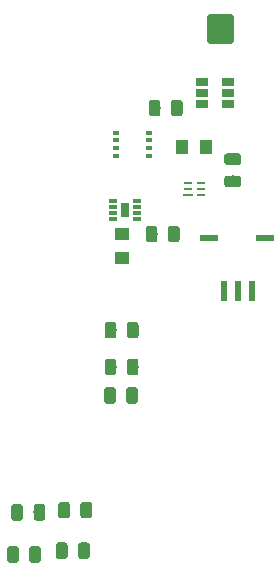
<source format=gbr>
G04 #@! TF.GenerationSoftware,KiCad,Pcbnew,(5.0.1)-rc2*
G04 #@! TF.CreationDate,2019-01-10T23:34:48-07:00*
G04 #@! TF.ProjectId,GPSLogger,4750534C6F676765722E6B696361645F,rev?*
G04 #@! TF.SameCoordinates,Original*
G04 #@! TF.FileFunction,Paste,Bot*
G04 #@! TF.FilePolarity,Positive*
%FSLAX46Y46*%
G04 Gerber Fmt 4.6, Leading zero omitted, Abs format (unit mm)*
G04 Created by KiCad (PCBNEW (5.0.1)-rc2) date 1/10/2019 11:34:48 PM*
%MOMM*%
%LPD*%
G01*
G04 APERTURE LIST*
%ADD10C,0.508000*%
%ADD11C,0.100000*%
%ADD12C,0.975000*%
%ADD13R,1.250000X1.000000*%
%ADD14R,1.000000X1.250000*%
%ADD15R,0.600000X1.800000*%
%ADD16R,1.524000X0.600000*%
%ADD17R,1.060000X0.650000*%
%ADD18R,0.600000X0.400000*%
%ADD19R,0.850000X0.280000*%
%ADD20R,0.750000X0.280000*%
%ADD21R,0.700000X0.300000*%
%ADD22R,0.800000X1.200000*%
G04 APERTURE END LIST*
D10*
G04 #@! TO.C,JP2*
X158115000Y-48158400D02*
X156337000Y-48158400D01*
X158115000Y-50190400D02*
X156337000Y-50190400D01*
X158115000Y-48158400D02*
X158115000Y-50190400D01*
X157861000Y-48158400D02*
X157861000Y-50190400D01*
X157353000Y-48158400D02*
X157353000Y-50190400D01*
X156845000Y-48158400D02*
X156845000Y-50190400D01*
X156337000Y-48158400D02*
X156337000Y-50190400D01*
G04 #@! TD*
D11*
G04 #@! TO.C,R4*
G36*
X144237142Y-89217174D02*
X144260803Y-89220684D01*
X144284007Y-89226496D01*
X144306529Y-89234554D01*
X144328153Y-89244782D01*
X144348670Y-89257079D01*
X144367883Y-89271329D01*
X144385607Y-89287393D01*
X144401671Y-89305117D01*
X144415921Y-89324330D01*
X144428218Y-89344847D01*
X144438446Y-89366471D01*
X144446504Y-89388993D01*
X144452316Y-89412197D01*
X144455826Y-89435858D01*
X144457000Y-89459750D01*
X144457000Y-90372250D01*
X144455826Y-90396142D01*
X144452316Y-90419803D01*
X144446504Y-90443007D01*
X144438446Y-90465529D01*
X144428218Y-90487153D01*
X144415921Y-90507670D01*
X144401671Y-90526883D01*
X144385607Y-90544607D01*
X144367883Y-90560671D01*
X144348670Y-90574921D01*
X144328153Y-90587218D01*
X144306529Y-90597446D01*
X144284007Y-90605504D01*
X144260803Y-90611316D01*
X144237142Y-90614826D01*
X144213250Y-90616000D01*
X143725750Y-90616000D01*
X143701858Y-90614826D01*
X143678197Y-90611316D01*
X143654993Y-90605504D01*
X143632471Y-90597446D01*
X143610847Y-90587218D01*
X143590330Y-90574921D01*
X143571117Y-90560671D01*
X143553393Y-90544607D01*
X143537329Y-90526883D01*
X143523079Y-90507670D01*
X143510782Y-90487153D01*
X143500554Y-90465529D01*
X143492496Y-90443007D01*
X143486684Y-90419803D01*
X143483174Y-90396142D01*
X143482000Y-90372250D01*
X143482000Y-89459750D01*
X143483174Y-89435858D01*
X143486684Y-89412197D01*
X143492496Y-89388993D01*
X143500554Y-89366471D01*
X143510782Y-89344847D01*
X143523079Y-89324330D01*
X143537329Y-89305117D01*
X143553393Y-89287393D01*
X143571117Y-89271329D01*
X143590330Y-89257079D01*
X143610847Y-89244782D01*
X143632471Y-89234554D01*
X143654993Y-89226496D01*
X143678197Y-89220684D01*
X143701858Y-89217174D01*
X143725750Y-89216000D01*
X144213250Y-89216000D01*
X144237142Y-89217174D01*
X144237142Y-89217174D01*
G37*
D12*
X143969500Y-89916000D03*
D11*
G36*
X146112142Y-89217174D02*
X146135803Y-89220684D01*
X146159007Y-89226496D01*
X146181529Y-89234554D01*
X146203153Y-89244782D01*
X146223670Y-89257079D01*
X146242883Y-89271329D01*
X146260607Y-89287393D01*
X146276671Y-89305117D01*
X146290921Y-89324330D01*
X146303218Y-89344847D01*
X146313446Y-89366471D01*
X146321504Y-89388993D01*
X146327316Y-89412197D01*
X146330826Y-89435858D01*
X146332000Y-89459750D01*
X146332000Y-90372250D01*
X146330826Y-90396142D01*
X146327316Y-90419803D01*
X146321504Y-90443007D01*
X146313446Y-90465529D01*
X146303218Y-90487153D01*
X146290921Y-90507670D01*
X146276671Y-90526883D01*
X146260607Y-90544607D01*
X146242883Y-90560671D01*
X146223670Y-90574921D01*
X146203153Y-90587218D01*
X146181529Y-90597446D01*
X146159007Y-90605504D01*
X146135803Y-90611316D01*
X146112142Y-90614826D01*
X146088250Y-90616000D01*
X145600750Y-90616000D01*
X145576858Y-90614826D01*
X145553197Y-90611316D01*
X145529993Y-90605504D01*
X145507471Y-90597446D01*
X145485847Y-90587218D01*
X145465330Y-90574921D01*
X145446117Y-90560671D01*
X145428393Y-90544607D01*
X145412329Y-90526883D01*
X145398079Y-90507670D01*
X145385782Y-90487153D01*
X145375554Y-90465529D01*
X145367496Y-90443007D01*
X145361684Y-90419803D01*
X145358174Y-90396142D01*
X145357000Y-90372250D01*
X145357000Y-89459750D01*
X145358174Y-89435858D01*
X145361684Y-89412197D01*
X145367496Y-89388993D01*
X145375554Y-89366471D01*
X145385782Y-89344847D01*
X145398079Y-89324330D01*
X145412329Y-89305117D01*
X145428393Y-89287393D01*
X145446117Y-89271329D01*
X145465330Y-89257079D01*
X145485847Y-89244782D01*
X145507471Y-89234554D01*
X145529993Y-89226496D01*
X145553197Y-89220684D01*
X145576858Y-89217174D01*
X145600750Y-89216000D01*
X146088250Y-89216000D01*
X146112142Y-89217174D01*
X146112142Y-89217174D01*
G37*
D12*
X145844500Y-89916000D03*
G04 #@! TD*
D13*
G04 #@! TO.C,C4*
X148844000Y-68548000D03*
X148844000Y-66548000D03*
G04 #@! TD*
D14*
G04 #@! TO.C,C6*
X155956000Y-59182000D03*
X153956000Y-59182000D03*
G04 #@! TD*
D15*
G04 #@! TO.C,J10*
X157480000Y-71378000D03*
D16*
X156230000Y-66878000D03*
X160980000Y-66878000D03*
D15*
X158680000Y-71378000D03*
X159880000Y-71378000D03*
G04 #@! TD*
D17*
G04 #@! TO.C,U6*
X157818000Y-53660000D03*
X157818000Y-54610000D03*
X157818000Y-55560000D03*
X155618000Y-55560000D03*
X155618000Y-53660000D03*
X155618000Y-54610000D03*
G04 #@! TD*
D18*
G04 #@! TO.C,U8*
X151196500Y-57953000D03*
X151196500Y-58603000D03*
X151196500Y-59253000D03*
X151196500Y-59903000D03*
X148396500Y-59903000D03*
X148396500Y-59253000D03*
X148396500Y-58603000D03*
X148396500Y-57953000D03*
G04 #@! TD*
D19*
G04 #@! TO.C,U9*
X154482000Y-63238000D03*
D20*
X154432000Y-62738000D03*
X154432000Y-62238000D03*
X155582000Y-62238000D03*
X155582000Y-62738000D03*
X155582000Y-63238000D03*
G04 #@! TD*
D11*
G04 #@! TO.C,R14*
G36*
X158722142Y-59711674D02*
X158745803Y-59715184D01*
X158769007Y-59720996D01*
X158791529Y-59729054D01*
X158813153Y-59739282D01*
X158833670Y-59751579D01*
X158852883Y-59765829D01*
X158870607Y-59781893D01*
X158886671Y-59799617D01*
X158900921Y-59818830D01*
X158913218Y-59839347D01*
X158923446Y-59860971D01*
X158931504Y-59883493D01*
X158937316Y-59906697D01*
X158940826Y-59930358D01*
X158942000Y-59954250D01*
X158942000Y-60441750D01*
X158940826Y-60465642D01*
X158937316Y-60489303D01*
X158931504Y-60512507D01*
X158923446Y-60535029D01*
X158913218Y-60556653D01*
X158900921Y-60577170D01*
X158886671Y-60596383D01*
X158870607Y-60614107D01*
X158852883Y-60630171D01*
X158833670Y-60644421D01*
X158813153Y-60656718D01*
X158791529Y-60666946D01*
X158769007Y-60675004D01*
X158745803Y-60680816D01*
X158722142Y-60684326D01*
X158698250Y-60685500D01*
X157785750Y-60685500D01*
X157761858Y-60684326D01*
X157738197Y-60680816D01*
X157714993Y-60675004D01*
X157692471Y-60666946D01*
X157670847Y-60656718D01*
X157650330Y-60644421D01*
X157631117Y-60630171D01*
X157613393Y-60614107D01*
X157597329Y-60596383D01*
X157583079Y-60577170D01*
X157570782Y-60556653D01*
X157560554Y-60535029D01*
X157552496Y-60512507D01*
X157546684Y-60489303D01*
X157543174Y-60465642D01*
X157542000Y-60441750D01*
X157542000Y-59954250D01*
X157543174Y-59930358D01*
X157546684Y-59906697D01*
X157552496Y-59883493D01*
X157560554Y-59860971D01*
X157570782Y-59839347D01*
X157583079Y-59818830D01*
X157597329Y-59799617D01*
X157613393Y-59781893D01*
X157631117Y-59765829D01*
X157650330Y-59751579D01*
X157670847Y-59739282D01*
X157692471Y-59729054D01*
X157714993Y-59720996D01*
X157738197Y-59715184D01*
X157761858Y-59711674D01*
X157785750Y-59710500D01*
X158698250Y-59710500D01*
X158722142Y-59711674D01*
X158722142Y-59711674D01*
G37*
D12*
X158242000Y-60198000D03*
D11*
G36*
X158722142Y-61586674D02*
X158745803Y-61590184D01*
X158769007Y-61595996D01*
X158791529Y-61604054D01*
X158813153Y-61614282D01*
X158833670Y-61626579D01*
X158852883Y-61640829D01*
X158870607Y-61656893D01*
X158886671Y-61674617D01*
X158900921Y-61693830D01*
X158913218Y-61714347D01*
X158923446Y-61735971D01*
X158931504Y-61758493D01*
X158937316Y-61781697D01*
X158940826Y-61805358D01*
X158942000Y-61829250D01*
X158942000Y-62316750D01*
X158940826Y-62340642D01*
X158937316Y-62364303D01*
X158931504Y-62387507D01*
X158923446Y-62410029D01*
X158913218Y-62431653D01*
X158900921Y-62452170D01*
X158886671Y-62471383D01*
X158870607Y-62489107D01*
X158852883Y-62505171D01*
X158833670Y-62519421D01*
X158813153Y-62531718D01*
X158791529Y-62541946D01*
X158769007Y-62550004D01*
X158745803Y-62555816D01*
X158722142Y-62559326D01*
X158698250Y-62560500D01*
X157785750Y-62560500D01*
X157761858Y-62559326D01*
X157738197Y-62555816D01*
X157714993Y-62550004D01*
X157692471Y-62541946D01*
X157670847Y-62531718D01*
X157650330Y-62519421D01*
X157631117Y-62505171D01*
X157613393Y-62489107D01*
X157597329Y-62471383D01*
X157583079Y-62452170D01*
X157570782Y-62431653D01*
X157560554Y-62410029D01*
X157552496Y-62387507D01*
X157546684Y-62364303D01*
X157543174Y-62340642D01*
X157542000Y-62316750D01*
X157542000Y-61829250D01*
X157543174Y-61805358D01*
X157546684Y-61781697D01*
X157552496Y-61758493D01*
X157560554Y-61735971D01*
X157570782Y-61714347D01*
X157583079Y-61693830D01*
X157597329Y-61674617D01*
X157613393Y-61656893D01*
X157631117Y-61640829D01*
X157650330Y-61626579D01*
X157670847Y-61614282D01*
X157692471Y-61604054D01*
X157714993Y-61595996D01*
X157738197Y-61590184D01*
X157761858Y-61586674D01*
X157785750Y-61585500D01*
X158698250Y-61585500D01*
X158722142Y-61586674D01*
X158722142Y-61586674D01*
G37*
D12*
X158242000Y-62073000D03*
G04 #@! TD*
D11*
G04 #@! TO.C,R2*
G36*
X144046642Y-92646174D02*
X144070303Y-92649684D01*
X144093507Y-92655496D01*
X144116029Y-92663554D01*
X144137653Y-92673782D01*
X144158170Y-92686079D01*
X144177383Y-92700329D01*
X144195107Y-92716393D01*
X144211171Y-92734117D01*
X144225421Y-92753330D01*
X144237718Y-92773847D01*
X144247946Y-92795471D01*
X144256004Y-92817993D01*
X144261816Y-92841197D01*
X144265326Y-92864858D01*
X144266500Y-92888750D01*
X144266500Y-93801250D01*
X144265326Y-93825142D01*
X144261816Y-93848803D01*
X144256004Y-93872007D01*
X144247946Y-93894529D01*
X144237718Y-93916153D01*
X144225421Y-93936670D01*
X144211171Y-93955883D01*
X144195107Y-93973607D01*
X144177383Y-93989671D01*
X144158170Y-94003921D01*
X144137653Y-94016218D01*
X144116029Y-94026446D01*
X144093507Y-94034504D01*
X144070303Y-94040316D01*
X144046642Y-94043826D01*
X144022750Y-94045000D01*
X143535250Y-94045000D01*
X143511358Y-94043826D01*
X143487697Y-94040316D01*
X143464493Y-94034504D01*
X143441971Y-94026446D01*
X143420347Y-94016218D01*
X143399830Y-94003921D01*
X143380617Y-93989671D01*
X143362893Y-93973607D01*
X143346829Y-93955883D01*
X143332579Y-93936670D01*
X143320282Y-93916153D01*
X143310054Y-93894529D01*
X143301996Y-93872007D01*
X143296184Y-93848803D01*
X143292674Y-93825142D01*
X143291500Y-93801250D01*
X143291500Y-92888750D01*
X143292674Y-92864858D01*
X143296184Y-92841197D01*
X143301996Y-92817993D01*
X143310054Y-92795471D01*
X143320282Y-92773847D01*
X143332579Y-92753330D01*
X143346829Y-92734117D01*
X143362893Y-92716393D01*
X143380617Y-92700329D01*
X143399830Y-92686079D01*
X143420347Y-92673782D01*
X143441971Y-92663554D01*
X143464493Y-92655496D01*
X143487697Y-92649684D01*
X143511358Y-92646174D01*
X143535250Y-92645000D01*
X144022750Y-92645000D01*
X144046642Y-92646174D01*
X144046642Y-92646174D01*
G37*
D12*
X143779000Y-93345000D03*
D11*
G36*
X145921642Y-92646174D02*
X145945303Y-92649684D01*
X145968507Y-92655496D01*
X145991029Y-92663554D01*
X146012653Y-92673782D01*
X146033170Y-92686079D01*
X146052383Y-92700329D01*
X146070107Y-92716393D01*
X146086171Y-92734117D01*
X146100421Y-92753330D01*
X146112718Y-92773847D01*
X146122946Y-92795471D01*
X146131004Y-92817993D01*
X146136816Y-92841197D01*
X146140326Y-92864858D01*
X146141500Y-92888750D01*
X146141500Y-93801250D01*
X146140326Y-93825142D01*
X146136816Y-93848803D01*
X146131004Y-93872007D01*
X146122946Y-93894529D01*
X146112718Y-93916153D01*
X146100421Y-93936670D01*
X146086171Y-93955883D01*
X146070107Y-93973607D01*
X146052383Y-93989671D01*
X146033170Y-94003921D01*
X146012653Y-94016218D01*
X145991029Y-94026446D01*
X145968507Y-94034504D01*
X145945303Y-94040316D01*
X145921642Y-94043826D01*
X145897750Y-94045000D01*
X145410250Y-94045000D01*
X145386358Y-94043826D01*
X145362697Y-94040316D01*
X145339493Y-94034504D01*
X145316971Y-94026446D01*
X145295347Y-94016218D01*
X145274830Y-94003921D01*
X145255617Y-93989671D01*
X145237893Y-93973607D01*
X145221829Y-93955883D01*
X145207579Y-93936670D01*
X145195282Y-93916153D01*
X145185054Y-93894529D01*
X145176996Y-93872007D01*
X145171184Y-93848803D01*
X145167674Y-93825142D01*
X145166500Y-93801250D01*
X145166500Y-92888750D01*
X145167674Y-92864858D01*
X145171184Y-92841197D01*
X145176996Y-92817993D01*
X145185054Y-92795471D01*
X145195282Y-92773847D01*
X145207579Y-92753330D01*
X145221829Y-92734117D01*
X145237893Y-92716393D01*
X145255617Y-92700329D01*
X145274830Y-92686079D01*
X145295347Y-92673782D01*
X145316971Y-92663554D01*
X145339493Y-92655496D01*
X145362697Y-92649684D01*
X145386358Y-92646174D01*
X145410250Y-92645000D01*
X145897750Y-92645000D01*
X145921642Y-92646174D01*
X145921642Y-92646174D01*
G37*
D12*
X145654000Y-93345000D03*
G04 #@! TD*
D11*
G04 #@! TO.C,R3*
G36*
X141791642Y-92963674D02*
X141815303Y-92967184D01*
X141838507Y-92972996D01*
X141861029Y-92981054D01*
X141882653Y-92991282D01*
X141903170Y-93003579D01*
X141922383Y-93017829D01*
X141940107Y-93033893D01*
X141956171Y-93051617D01*
X141970421Y-93070830D01*
X141982718Y-93091347D01*
X141992946Y-93112971D01*
X142001004Y-93135493D01*
X142006816Y-93158697D01*
X142010326Y-93182358D01*
X142011500Y-93206250D01*
X142011500Y-94118750D01*
X142010326Y-94142642D01*
X142006816Y-94166303D01*
X142001004Y-94189507D01*
X141992946Y-94212029D01*
X141982718Y-94233653D01*
X141970421Y-94254170D01*
X141956171Y-94273383D01*
X141940107Y-94291107D01*
X141922383Y-94307171D01*
X141903170Y-94321421D01*
X141882653Y-94333718D01*
X141861029Y-94343946D01*
X141838507Y-94352004D01*
X141815303Y-94357816D01*
X141791642Y-94361326D01*
X141767750Y-94362500D01*
X141280250Y-94362500D01*
X141256358Y-94361326D01*
X141232697Y-94357816D01*
X141209493Y-94352004D01*
X141186971Y-94343946D01*
X141165347Y-94333718D01*
X141144830Y-94321421D01*
X141125617Y-94307171D01*
X141107893Y-94291107D01*
X141091829Y-94273383D01*
X141077579Y-94254170D01*
X141065282Y-94233653D01*
X141055054Y-94212029D01*
X141046996Y-94189507D01*
X141041184Y-94166303D01*
X141037674Y-94142642D01*
X141036500Y-94118750D01*
X141036500Y-93206250D01*
X141037674Y-93182358D01*
X141041184Y-93158697D01*
X141046996Y-93135493D01*
X141055054Y-93112971D01*
X141065282Y-93091347D01*
X141077579Y-93070830D01*
X141091829Y-93051617D01*
X141107893Y-93033893D01*
X141125617Y-93017829D01*
X141144830Y-93003579D01*
X141165347Y-92991282D01*
X141186971Y-92981054D01*
X141209493Y-92972996D01*
X141232697Y-92967184D01*
X141256358Y-92963674D01*
X141280250Y-92962500D01*
X141767750Y-92962500D01*
X141791642Y-92963674D01*
X141791642Y-92963674D01*
G37*
D12*
X141524000Y-93662500D03*
D11*
G36*
X139916642Y-92963674D02*
X139940303Y-92967184D01*
X139963507Y-92972996D01*
X139986029Y-92981054D01*
X140007653Y-92991282D01*
X140028170Y-93003579D01*
X140047383Y-93017829D01*
X140065107Y-93033893D01*
X140081171Y-93051617D01*
X140095421Y-93070830D01*
X140107718Y-93091347D01*
X140117946Y-93112971D01*
X140126004Y-93135493D01*
X140131816Y-93158697D01*
X140135326Y-93182358D01*
X140136500Y-93206250D01*
X140136500Y-94118750D01*
X140135326Y-94142642D01*
X140131816Y-94166303D01*
X140126004Y-94189507D01*
X140117946Y-94212029D01*
X140107718Y-94233653D01*
X140095421Y-94254170D01*
X140081171Y-94273383D01*
X140065107Y-94291107D01*
X140047383Y-94307171D01*
X140028170Y-94321421D01*
X140007653Y-94333718D01*
X139986029Y-94343946D01*
X139963507Y-94352004D01*
X139940303Y-94357816D01*
X139916642Y-94361326D01*
X139892750Y-94362500D01*
X139405250Y-94362500D01*
X139381358Y-94361326D01*
X139357697Y-94357816D01*
X139334493Y-94352004D01*
X139311971Y-94343946D01*
X139290347Y-94333718D01*
X139269830Y-94321421D01*
X139250617Y-94307171D01*
X139232893Y-94291107D01*
X139216829Y-94273383D01*
X139202579Y-94254170D01*
X139190282Y-94233653D01*
X139180054Y-94212029D01*
X139171996Y-94189507D01*
X139166184Y-94166303D01*
X139162674Y-94142642D01*
X139161500Y-94118750D01*
X139161500Y-93206250D01*
X139162674Y-93182358D01*
X139166184Y-93158697D01*
X139171996Y-93135493D01*
X139180054Y-93112971D01*
X139190282Y-93091347D01*
X139202579Y-93070830D01*
X139216829Y-93051617D01*
X139232893Y-93033893D01*
X139250617Y-93017829D01*
X139269830Y-93003579D01*
X139290347Y-92991282D01*
X139311971Y-92981054D01*
X139334493Y-92972996D01*
X139357697Y-92967184D01*
X139381358Y-92963674D01*
X139405250Y-92962500D01*
X139892750Y-92962500D01*
X139916642Y-92963674D01*
X139916642Y-92963674D01*
G37*
D12*
X139649000Y-93662500D03*
G04 #@! TD*
D11*
G04 #@! TO.C,R5*
G36*
X140267642Y-89401174D02*
X140291303Y-89404684D01*
X140314507Y-89410496D01*
X140337029Y-89418554D01*
X140358653Y-89428782D01*
X140379170Y-89441079D01*
X140398383Y-89455329D01*
X140416107Y-89471393D01*
X140432171Y-89489117D01*
X140446421Y-89508330D01*
X140458718Y-89528847D01*
X140468946Y-89550471D01*
X140477004Y-89572993D01*
X140482816Y-89596197D01*
X140486326Y-89619858D01*
X140487500Y-89643750D01*
X140487500Y-90556250D01*
X140486326Y-90580142D01*
X140482816Y-90603803D01*
X140477004Y-90627007D01*
X140468946Y-90649529D01*
X140458718Y-90671153D01*
X140446421Y-90691670D01*
X140432171Y-90710883D01*
X140416107Y-90728607D01*
X140398383Y-90744671D01*
X140379170Y-90758921D01*
X140358653Y-90771218D01*
X140337029Y-90781446D01*
X140314507Y-90789504D01*
X140291303Y-90795316D01*
X140267642Y-90798826D01*
X140243750Y-90800000D01*
X139756250Y-90800000D01*
X139732358Y-90798826D01*
X139708697Y-90795316D01*
X139685493Y-90789504D01*
X139662971Y-90781446D01*
X139641347Y-90771218D01*
X139620830Y-90758921D01*
X139601617Y-90744671D01*
X139583893Y-90728607D01*
X139567829Y-90710883D01*
X139553579Y-90691670D01*
X139541282Y-90671153D01*
X139531054Y-90649529D01*
X139522996Y-90627007D01*
X139517184Y-90603803D01*
X139513674Y-90580142D01*
X139512500Y-90556250D01*
X139512500Y-89643750D01*
X139513674Y-89619858D01*
X139517184Y-89596197D01*
X139522996Y-89572993D01*
X139531054Y-89550471D01*
X139541282Y-89528847D01*
X139553579Y-89508330D01*
X139567829Y-89489117D01*
X139583893Y-89471393D01*
X139601617Y-89455329D01*
X139620830Y-89441079D01*
X139641347Y-89428782D01*
X139662971Y-89418554D01*
X139685493Y-89410496D01*
X139708697Y-89404684D01*
X139732358Y-89401174D01*
X139756250Y-89400000D01*
X140243750Y-89400000D01*
X140267642Y-89401174D01*
X140267642Y-89401174D01*
G37*
D12*
X140000000Y-90100000D03*
D11*
G36*
X142142642Y-89401174D02*
X142166303Y-89404684D01*
X142189507Y-89410496D01*
X142212029Y-89418554D01*
X142233653Y-89428782D01*
X142254170Y-89441079D01*
X142273383Y-89455329D01*
X142291107Y-89471393D01*
X142307171Y-89489117D01*
X142321421Y-89508330D01*
X142333718Y-89528847D01*
X142343946Y-89550471D01*
X142352004Y-89572993D01*
X142357816Y-89596197D01*
X142361326Y-89619858D01*
X142362500Y-89643750D01*
X142362500Y-90556250D01*
X142361326Y-90580142D01*
X142357816Y-90603803D01*
X142352004Y-90627007D01*
X142343946Y-90649529D01*
X142333718Y-90671153D01*
X142321421Y-90691670D01*
X142307171Y-90710883D01*
X142291107Y-90728607D01*
X142273383Y-90744671D01*
X142254170Y-90758921D01*
X142233653Y-90771218D01*
X142212029Y-90781446D01*
X142189507Y-90789504D01*
X142166303Y-90795316D01*
X142142642Y-90798826D01*
X142118750Y-90800000D01*
X141631250Y-90800000D01*
X141607358Y-90798826D01*
X141583697Y-90795316D01*
X141560493Y-90789504D01*
X141537971Y-90781446D01*
X141516347Y-90771218D01*
X141495830Y-90758921D01*
X141476617Y-90744671D01*
X141458893Y-90728607D01*
X141442829Y-90710883D01*
X141428579Y-90691670D01*
X141416282Y-90671153D01*
X141406054Y-90649529D01*
X141397996Y-90627007D01*
X141392184Y-90603803D01*
X141388674Y-90580142D01*
X141387500Y-90556250D01*
X141387500Y-89643750D01*
X141388674Y-89619858D01*
X141392184Y-89596197D01*
X141397996Y-89572993D01*
X141406054Y-89550471D01*
X141416282Y-89528847D01*
X141428579Y-89508330D01*
X141442829Y-89489117D01*
X141458893Y-89471393D01*
X141476617Y-89455329D01*
X141495830Y-89441079D01*
X141516347Y-89428782D01*
X141537971Y-89418554D01*
X141560493Y-89410496D01*
X141583697Y-89404684D01*
X141607358Y-89401174D01*
X141631250Y-89400000D01*
X142118750Y-89400000D01*
X142142642Y-89401174D01*
X142142642Y-89401174D01*
G37*
D12*
X141875000Y-90100000D03*
G04 #@! TD*
D11*
G04 #@! TO.C,R6*
G36*
X148113142Y-79501674D02*
X148136803Y-79505184D01*
X148160007Y-79510996D01*
X148182529Y-79519054D01*
X148204153Y-79529282D01*
X148224670Y-79541579D01*
X148243883Y-79555829D01*
X148261607Y-79571893D01*
X148277671Y-79589617D01*
X148291921Y-79608830D01*
X148304218Y-79629347D01*
X148314446Y-79650971D01*
X148322504Y-79673493D01*
X148328316Y-79696697D01*
X148331826Y-79720358D01*
X148333000Y-79744250D01*
X148333000Y-80656750D01*
X148331826Y-80680642D01*
X148328316Y-80704303D01*
X148322504Y-80727507D01*
X148314446Y-80750029D01*
X148304218Y-80771653D01*
X148291921Y-80792170D01*
X148277671Y-80811383D01*
X148261607Y-80829107D01*
X148243883Y-80845171D01*
X148224670Y-80859421D01*
X148204153Y-80871718D01*
X148182529Y-80881946D01*
X148160007Y-80890004D01*
X148136803Y-80895816D01*
X148113142Y-80899326D01*
X148089250Y-80900500D01*
X147601750Y-80900500D01*
X147577858Y-80899326D01*
X147554197Y-80895816D01*
X147530993Y-80890004D01*
X147508471Y-80881946D01*
X147486847Y-80871718D01*
X147466330Y-80859421D01*
X147447117Y-80845171D01*
X147429393Y-80829107D01*
X147413329Y-80811383D01*
X147399079Y-80792170D01*
X147386782Y-80771653D01*
X147376554Y-80750029D01*
X147368496Y-80727507D01*
X147362684Y-80704303D01*
X147359174Y-80680642D01*
X147358000Y-80656750D01*
X147358000Y-79744250D01*
X147359174Y-79720358D01*
X147362684Y-79696697D01*
X147368496Y-79673493D01*
X147376554Y-79650971D01*
X147386782Y-79629347D01*
X147399079Y-79608830D01*
X147413329Y-79589617D01*
X147429393Y-79571893D01*
X147447117Y-79555829D01*
X147466330Y-79541579D01*
X147486847Y-79529282D01*
X147508471Y-79519054D01*
X147530993Y-79510996D01*
X147554197Y-79505184D01*
X147577858Y-79501674D01*
X147601750Y-79500500D01*
X148089250Y-79500500D01*
X148113142Y-79501674D01*
X148113142Y-79501674D01*
G37*
D12*
X147845500Y-80200500D03*
D11*
G36*
X149988142Y-79501674D02*
X150011803Y-79505184D01*
X150035007Y-79510996D01*
X150057529Y-79519054D01*
X150079153Y-79529282D01*
X150099670Y-79541579D01*
X150118883Y-79555829D01*
X150136607Y-79571893D01*
X150152671Y-79589617D01*
X150166921Y-79608830D01*
X150179218Y-79629347D01*
X150189446Y-79650971D01*
X150197504Y-79673493D01*
X150203316Y-79696697D01*
X150206826Y-79720358D01*
X150208000Y-79744250D01*
X150208000Y-80656750D01*
X150206826Y-80680642D01*
X150203316Y-80704303D01*
X150197504Y-80727507D01*
X150189446Y-80750029D01*
X150179218Y-80771653D01*
X150166921Y-80792170D01*
X150152671Y-80811383D01*
X150136607Y-80829107D01*
X150118883Y-80845171D01*
X150099670Y-80859421D01*
X150079153Y-80871718D01*
X150057529Y-80881946D01*
X150035007Y-80890004D01*
X150011803Y-80895816D01*
X149988142Y-80899326D01*
X149964250Y-80900500D01*
X149476750Y-80900500D01*
X149452858Y-80899326D01*
X149429197Y-80895816D01*
X149405993Y-80890004D01*
X149383471Y-80881946D01*
X149361847Y-80871718D01*
X149341330Y-80859421D01*
X149322117Y-80845171D01*
X149304393Y-80829107D01*
X149288329Y-80811383D01*
X149274079Y-80792170D01*
X149261782Y-80771653D01*
X149251554Y-80750029D01*
X149243496Y-80727507D01*
X149237684Y-80704303D01*
X149234174Y-80680642D01*
X149233000Y-80656750D01*
X149233000Y-79744250D01*
X149234174Y-79720358D01*
X149237684Y-79696697D01*
X149243496Y-79673493D01*
X149251554Y-79650971D01*
X149261782Y-79629347D01*
X149274079Y-79608830D01*
X149288329Y-79589617D01*
X149304393Y-79571893D01*
X149322117Y-79555829D01*
X149341330Y-79541579D01*
X149361847Y-79529282D01*
X149383471Y-79519054D01*
X149405993Y-79510996D01*
X149429197Y-79505184D01*
X149452858Y-79501674D01*
X149476750Y-79500500D01*
X149964250Y-79500500D01*
X149988142Y-79501674D01*
X149988142Y-79501674D01*
G37*
D12*
X149720500Y-80200500D03*
G04 #@! TD*
D11*
G04 #@! TO.C,R7*
G36*
X150049142Y-77088674D02*
X150072803Y-77092184D01*
X150096007Y-77097996D01*
X150118529Y-77106054D01*
X150140153Y-77116282D01*
X150160670Y-77128579D01*
X150179883Y-77142829D01*
X150197607Y-77158893D01*
X150213671Y-77176617D01*
X150227921Y-77195830D01*
X150240218Y-77216347D01*
X150250446Y-77237971D01*
X150258504Y-77260493D01*
X150264316Y-77283697D01*
X150267826Y-77307358D01*
X150269000Y-77331250D01*
X150269000Y-78243750D01*
X150267826Y-78267642D01*
X150264316Y-78291303D01*
X150258504Y-78314507D01*
X150250446Y-78337029D01*
X150240218Y-78358653D01*
X150227921Y-78379170D01*
X150213671Y-78398383D01*
X150197607Y-78416107D01*
X150179883Y-78432171D01*
X150160670Y-78446421D01*
X150140153Y-78458718D01*
X150118529Y-78468946D01*
X150096007Y-78477004D01*
X150072803Y-78482816D01*
X150049142Y-78486326D01*
X150025250Y-78487500D01*
X149537750Y-78487500D01*
X149513858Y-78486326D01*
X149490197Y-78482816D01*
X149466993Y-78477004D01*
X149444471Y-78468946D01*
X149422847Y-78458718D01*
X149402330Y-78446421D01*
X149383117Y-78432171D01*
X149365393Y-78416107D01*
X149349329Y-78398383D01*
X149335079Y-78379170D01*
X149322782Y-78358653D01*
X149312554Y-78337029D01*
X149304496Y-78314507D01*
X149298684Y-78291303D01*
X149295174Y-78267642D01*
X149294000Y-78243750D01*
X149294000Y-77331250D01*
X149295174Y-77307358D01*
X149298684Y-77283697D01*
X149304496Y-77260493D01*
X149312554Y-77237971D01*
X149322782Y-77216347D01*
X149335079Y-77195830D01*
X149349329Y-77176617D01*
X149365393Y-77158893D01*
X149383117Y-77142829D01*
X149402330Y-77128579D01*
X149422847Y-77116282D01*
X149444471Y-77106054D01*
X149466993Y-77097996D01*
X149490197Y-77092184D01*
X149513858Y-77088674D01*
X149537750Y-77087500D01*
X150025250Y-77087500D01*
X150049142Y-77088674D01*
X150049142Y-77088674D01*
G37*
D12*
X149781500Y-77787500D03*
D11*
G36*
X148174142Y-77088674D02*
X148197803Y-77092184D01*
X148221007Y-77097996D01*
X148243529Y-77106054D01*
X148265153Y-77116282D01*
X148285670Y-77128579D01*
X148304883Y-77142829D01*
X148322607Y-77158893D01*
X148338671Y-77176617D01*
X148352921Y-77195830D01*
X148365218Y-77216347D01*
X148375446Y-77237971D01*
X148383504Y-77260493D01*
X148389316Y-77283697D01*
X148392826Y-77307358D01*
X148394000Y-77331250D01*
X148394000Y-78243750D01*
X148392826Y-78267642D01*
X148389316Y-78291303D01*
X148383504Y-78314507D01*
X148375446Y-78337029D01*
X148365218Y-78358653D01*
X148352921Y-78379170D01*
X148338671Y-78398383D01*
X148322607Y-78416107D01*
X148304883Y-78432171D01*
X148285670Y-78446421D01*
X148265153Y-78458718D01*
X148243529Y-78468946D01*
X148221007Y-78477004D01*
X148197803Y-78482816D01*
X148174142Y-78486326D01*
X148150250Y-78487500D01*
X147662750Y-78487500D01*
X147638858Y-78486326D01*
X147615197Y-78482816D01*
X147591993Y-78477004D01*
X147569471Y-78468946D01*
X147547847Y-78458718D01*
X147527330Y-78446421D01*
X147508117Y-78432171D01*
X147490393Y-78416107D01*
X147474329Y-78398383D01*
X147460079Y-78379170D01*
X147447782Y-78358653D01*
X147437554Y-78337029D01*
X147429496Y-78314507D01*
X147423684Y-78291303D01*
X147420174Y-78267642D01*
X147419000Y-78243750D01*
X147419000Y-77331250D01*
X147420174Y-77307358D01*
X147423684Y-77283697D01*
X147429496Y-77260493D01*
X147437554Y-77237971D01*
X147447782Y-77216347D01*
X147460079Y-77195830D01*
X147474329Y-77176617D01*
X147490393Y-77158893D01*
X147508117Y-77142829D01*
X147527330Y-77128579D01*
X147547847Y-77116282D01*
X147569471Y-77106054D01*
X147591993Y-77097996D01*
X147615197Y-77092184D01*
X147638858Y-77088674D01*
X147662750Y-77087500D01*
X148150250Y-77087500D01*
X148174142Y-77088674D01*
X148174142Y-77088674D01*
G37*
D12*
X147906500Y-77787500D03*
G04 #@! TD*
D11*
G04 #@! TO.C,R8*
G36*
X150051642Y-73977174D02*
X150075303Y-73980684D01*
X150098507Y-73986496D01*
X150121029Y-73994554D01*
X150142653Y-74004782D01*
X150163170Y-74017079D01*
X150182383Y-74031329D01*
X150200107Y-74047393D01*
X150216171Y-74065117D01*
X150230421Y-74084330D01*
X150242718Y-74104847D01*
X150252946Y-74126471D01*
X150261004Y-74148993D01*
X150266816Y-74172197D01*
X150270326Y-74195858D01*
X150271500Y-74219750D01*
X150271500Y-75132250D01*
X150270326Y-75156142D01*
X150266816Y-75179803D01*
X150261004Y-75203007D01*
X150252946Y-75225529D01*
X150242718Y-75247153D01*
X150230421Y-75267670D01*
X150216171Y-75286883D01*
X150200107Y-75304607D01*
X150182383Y-75320671D01*
X150163170Y-75334921D01*
X150142653Y-75347218D01*
X150121029Y-75357446D01*
X150098507Y-75365504D01*
X150075303Y-75371316D01*
X150051642Y-75374826D01*
X150027750Y-75376000D01*
X149540250Y-75376000D01*
X149516358Y-75374826D01*
X149492697Y-75371316D01*
X149469493Y-75365504D01*
X149446971Y-75357446D01*
X149425347Y-75347218D01*
X149404830Y-75334921D01*
X149385617Y-75320671D01*
X149367893Y-75304607D01*
X149351829Y-75286883D01*
X149337579Y-75267670D01*
X149325282Y-75247153D01*
X149315054Y-75225529D01*
X149306996Y-75203007D01*
X149301184Y-75179803D01*
X149297674Y-75156142D01*
X149296500Y-75132250D01*
X149296500Y-74219750D01*
X149297674Y-74195858D01*
X149301184Y-74172197D01*
X149306996Y-74148993D01*
X149315054Y-74126471D01*
X149325282Y-74104847D01*
X149337579Y-74084330D01*
X149351829Y-74065117D01*
X149367893Y-74047393D01*
X149385617Y-74031329D01*
X149404830Y-74017079D01*
X149425347Y-74004782D01*
X149446971Y-73994554D01*
X149469493Y-73986496D01*
X149492697Y-73980684D01*
X149516358Y-73977174D01*
X149540250Y-73976000D01*
X150027750Y-73976000D01*
X150051642Y-73977174D01*
X150051642Y-73977174D01*
G37*
D12*
X149784000Y-74676000D03*
D11*
G36*
X148176642Y-73977174D02*
X148200303Y-73980684D01*
X148223507Y-73986496D01*
X148246029Y-73994554D01*
X148267653Y-74004782D01*
X148288170Y-74017079D01*
X148307383Y-74031329D01*
X148325107Y-74047393D01*
X148341171Y-74065117D01*
X148355421Y-74084330D01*
X148367718Y-74104847D01*
X148377946Y-74126471D01*
X148386004Y-74148993D01*
X148391816Y-74172197D01*
X148395326Y-74195858D01*
X148396500Y-74219750D01*
X148396500Y-75132250D01*
X148395326Y-75156142D01*
X148391816Y-75179803D01*
X148386004Y-75203007D01*
X148377946Y-75225529D01*
X148367718Y-75247153D01*
X148355421Y-75267670D01*
X148341171Y-75286883D01*
X148325107Y-75304607D01*
X148307383Y-75320671D01*
X148288170Y-75334921D01*
X148267653Y-75347218D01*
X148246029Y-75357446D01*
X148223507Y-75365504D01*
X148200303Y-75371316D01*
X148176642Y-75374826D01*
X148152750Y-75376000D01*
X147665250Y-75376000D01*
X147641358Y-75374826D01*
X147617697Y-75371316D01*
X147594493Y-75365504D01*
X147571971Y-75357446D01*
X147550347Y-75347218D01*
X147529830Y-75334921D01*
X147510617Y-75320671D01*
X147492893Y-75304607D01*
X147476829Y-75286883D01*
X147462579Y-75267670D01*
X147450282Y-75247153D01*
X147440054Y-75225529D01*
X147431996Y-75203007D01*
X147426184Y-75179803D01*
X147422674Y-75156142D01*
X147421500Y-75132250D01*
X147421500Y-74219750D01*
X147422674Y-74195858D01*
X147426184Y-74172197D01*
X147431996Y-74148993D01*
X147440054Y-74126471D01*
X147450282Y-74104847D01*
X147462579Y-74084330D01*
X147476829Y-74065117D01*
X147492893Y-74047393D01*
X147510617Y-74031329D01*
X147529830Y-74017079D01*
X147550347Y-74004782D01*
X147571971Y-73994554D01*
X147594493Y-73986496D01*
X147617697Y-73980684D01*
X147641358Y-73977174D01*
X147665250Y-73976000D01*
X148152750Y-73976000D01*
X148176642Y-73977174D01*
X148176642Y-73977174D01*
G37*
D12*
X147909000Y-74676000D03*
G04 #@! TD*
D11*
G04 #@! TO.C,R9*
G36*
X151905642Y-55181174D02*
X151929303Y-55184684D01*
X151952507Y-55190496D01*
X151975029Y-55198554D01*
X151996653Y-55208782D01*
X152017170Y-55221079D01*
X152036383Y-55235329D01*
X152054107Y-55251393D01*
X152070171Y-55269117D01*
X152084421Y-55288330D01*
X152096718Y-55308847D01*
X152106946Y-55330471D01*
X152115004Y-55352993D01*
X152120816Y-55376197D01*
X152124326Y-55399858D01*
X152125500Y-55423750D01*
X152125500Y-56336250D01*
X152124326Y-56360142D01*
X152120816Y-56383803D01*
X152115004Y-56407007D01*
X152106946Y-56429529D01*
X152096718Y-56451153D01*
X152084421Y-56471670D01*
X152070171Y-56490883D01*
X152054107Y-56508607D01*
X152036383Y-56524671D01*
X152017170Y-56538921D01*
X151996653Y-56551218D01*
X151975029Y-56561446D01*
X151952507Y-56569504D01*
X151929303Y-56575316D01*
X151905642Y-56578826D01*
X151881750Y-56580000D01*
X151394250Y-56580000D01*
X151370358Y-56578826D01*
X151346697Y-56575316D01*
X151323493Y-56569504D01*
X151300971Y-56561446D01*
X151279347Y-56551218D01*
X151258830Y-56538921D01*
X151239617Y-56524671D01*
X151221893Y-56508607D01*
X151205829Y-56490883D01*
X151191579Y-56471670D01*
X151179282Y-56451153D01*
X151169054Y-56429529D01*
X151160996Y-56407007D01*
X151155184Y-56383803D01*
X151151674Y-56360142D01*
X151150500Y-56336250D01*
X151150500Y-55423750D01*
X151151674Y-55399858D01*
X151155184Y-55376197D01*
X151160996Y-55352993D01*
X151169054Y-55330471D01*
X151179282Y-55308847D01*
X151191579Y-55288330D01*
X151205829Y-55269117D01*
X151221893Y-55251393D01*
X151239617Y-55235329D01*
X151258830Y-55221079D01*
X151279347Y-55208782D01*
X151300971Y-55198554D01*
X151323493Y-55190496D01*
X151346697Y-55184684D01*
X151370358Y-55181174D01*
X151394250Y-55180000D01*
X151881750Y-55180000D01*
X151905642Y-55181174D01*
X151905642Y-55181174D01*
G37*
D12*
X151638000Y-55880000D03*
D11*
G36*
X153780642Y-55181174D02*
X153804303Y-55184684D01*
X153827507Y-55190496D01*
X153850029Y-55198554D01*
X153871653Y-55208782D01*
X153892170Y-55221079D01*
X153911383Y-55235329D01*
X153929107Y-55251393D01*
X153945171Y-55269117D01*
X153959421Y-55288330D01*
X153971718Y-55308847D01*
X153981946Y-55330471D01*
X153990004Y-55352993D01*
X153995816Y-55376197D01*
X153999326Y-55399858D01*
X154000500Y-55423750D01*
X154000500Y-56336250D01*
X153999326Y-56360142D01*
X153995816Y-56383803D01*
X153990004Y-56407007D01*
X153981946Y-56429529D01*
X153971718Y-56451153D01*
X153959421Y-56471670D01*
X153945171Y-56490883D01*
X153929107Y-56508607D01*
X153911383Y-56524671D01*
X153892170Y-56538921D01*
X153871653Y-56551218D01*
X153850029Y-56561446D01*
X153827507Y-56569504D01*
X153804303Y-56575316D01*
X153780642Y-56578826D01*
X153756750Y-56580000D01*
X153269250Y-56580000D01*
X153245358Y-56578826D01*
X153221697Y-56575316D01*
X153198493Y-56569504D01*
X153175971Y-56561446D01*
X153154347Y-56551218D01*
X153133830Y-56538921D01*
X153114617Y-56524671D01*
X153096893Y-56508607D01*
X153080829Y-56490883D01*
X153066579Y-56471670D01*
X153054282Y-56451153D01*
X153044054Y-56429529D01*
X153035996Y-56407007D01*
X153030184Y-56383803D01*
X153026674Y-56360142D01*
X153025500Y-56336250D01*
X153025500Y-55423750D01*
X153026674Y-55399858D01*
X153030184Y-55376197D01*
X153035996Y-55352993D01*
X153044054Y-55330471D01*
X153054282Y-55308847D01*
X153066579Y-55288330D01*
X153080829Y-55269117D01*
X153096893Y-55251393D01*
X153114617Y-55235329D01*
X153133830Y-55221079D01*
X153154347Y-55208782D01*
X153175971Y-55198554D01*
X153198493Y-55190496D01*
X153221697Y-55184684D01*
X153245358Y-55181174D01*
X153269250Y-55180000D01*
X153756750Y-55180000D01*
X153780642Y-55181174D01*
X153780642Y-55181174D01*
G37*
D12*
X153513000Y-55880000D03*
G04 #@! TD*
D11*
G04 #@! TO.C,R12*
G36*
X153526642Y-65849174D02*
X153550303Y-65852684D01*
X153573507Y-65858496D01*
X153596029Y-65866554D01*
X153617653Y-65876782D01*
X153638170Y-65889079D01*
X153657383Y-65903329D01*
X153675107Y-65919393D01*
X153691171Y-65937117D01*
X153705421Y-65956330D01*
X153717718Y-65976847D01*
X153727946Y-65998471D01*
X153736004Y-66020993D01*
X153741816Y-66044197D01*
X153745326Y-66067858D01*
X153746500Y-66091750D01*
X153746500Y-67004250D01*
X153745326Y-67028142D01*
X153741816Y-67051803D01*
X153736004Y-67075007D01*
X153727946Y-67097529D01*
X153717718Y-67119153D01*
X153705421Y-67139670D01*
X153691171Y-67158883D01*
X153675107Y-67176607D01*
X153657383Y-67192671D01*
X153638170Y-67206921D01*
X153617653Y-67219218D01*
X153596029Y-67229446D01*
X153573507Y-67237504D01*
X153550303Y-67243316D01*
X153526642Y-67246826D01*
X153502750Y-67248000D01*
X153015250Y-67248000D01*
X152991358Y-67246826D01*
X152967697Y-67243316D01*
X152944493Y-67237504D01*
X152921971Y-67229446D01*
X152900347Y-67219218D01*
X152879830Y-67206921D01*
X152860617Y-67192671D01*
X152842893Y-67176607D01*
X152826829Y-67158883D01*
X152812579Y-67139670D01*
X152800282Y-67119153D01*
X152790054Y-67097529D01*
X152781996Y-67075007D01*
X152776184Y-67051803D01*
X152772674Y-67028142D01*
X152771500Y-67004250D01*
X152771500Y-66091750D01*
X152772674Y-66067858D01*
X152776184Y-66044197D01*
X152781996Y-66020993D01*
X152790054Y-65998471D01*
X152800282Y-65976847D01*
X152812579Y-65956330D01*
X152826829Y-65937117D01*
X152842893Y-65919393D01*
X152860617Y-65903329D01*
X152879830Y-65889079D01*
X152900347Y-65876782D01*
X152921971Y-65866554D01*
X152944493Y-65858496D01*
X152967697Y-65852684D01*
X152991358Y-65849174D01*
X153015250Y-65848000D01*
X153502750Y-65848000D01*
X153526642Y-65849174D01*
X153526642Y-65849174D01*
G37*
D12*
X153259000Y-66548000D03*
D11*
G36*
X151651642Y-65849174D02*
X151675303Y-65852684D01*
X151698507Y-65858496D01*
X151721029Y-65866554D01*
X151742653Y-65876782D01*
X151763170Y-65889079D01*
X151782383Y-65903329D01*
X151800107Y-65919393D01*
X151816171Y-65937117D01*
X151830421Y-65956330D01*
X151842718Y-65976847D01*
X151852946Y-65998471D01*
X151861004Y-66020993D01*
X151866816Y-66044197D01*
X151870326Y-66067858D01*
X151871500Y-66091750D01*
X151871500Y-67004250D01*
X151870326Y-67028142D01*
X151866816Y-67051803D01*
X151861004Y-67075007D01*
X151852946Y-67097529D01*
X151842718Y-67119153D01*
X151830421Y-67139670D01*
X151816171Y-67158883D01*
X151800107Y-67176607D01*
X151782383Y-67192671D01*
X151763170Y-67206921D01*
X151742653Y-67219218D01*
X151721029Y-67229446D01*
X151698507Y-67237504D01*
X151675303Y-67243316D01*
X151651642Y-67246826D01*
X151627750Y-67248000D01*
X151140250Y-67248000D01*
X151116358Y-67246826D01*
X151092697Y-67243316D01*
X151069493Y-67237504D01*
X151046971Y-67229446D01*
X151025347Y-67219218D01*
X151004830Y-67206921D01*
X150985617Y-67192671D01*
X150967893Y-67176607D01*
X150951829Y-67158883D01*
X150937579Y-67139670D01*
X150925282Y-67119153D01*
X150915054Y-67097529D01*
X150906996Y-67075007D01*
X150901184Y-67051803D01*
X150897674Y-67028142D01*
X150896500Y-67004250D01*
X150896500Y-66091750D01*
X150897674Y-66067858D01*
X150901184Y-66044197D01*
X150906996Y-66020993D01*
X150915054Y-65998471D01*
X150925282Y-65976847D01*
X150937579Y-65956330D01*
X150951829Y-65937117D01*
X150967893Y-65919393D01*
X150985617Y-65903329D01*
X151004830Y-65889079D01*
X151025347Y-65876782D01*
X151046971Y-65866554D01*
X151069493Y-65858496D01*
X151092697Y-65852684D01*
X151116358Y-65849174D01*
X151140250Y-65848000D01*
X151627750Y-65848000D01*
X151651642Y-65849174D01*
X151651642Y-65849174D01*
G37*
D12*
X151384000Y-66548000D03*
G04 #@! TD*
D21*
G04 #@! TO.C,U7*
X150114000Y-65250000D03*
X150114000Y-64750000D03*
X150114000Y-64250000D03*
X150114000Y-63750000D03*
X148114000Y-63750000D03*
X148114000Y-64250000D03*
X148114000Y-64750000D03*
X148114000Y-65250000D03*
D22*
X149114000Y-64500000D03*
G04 #@! TD*
M02*

</source>
